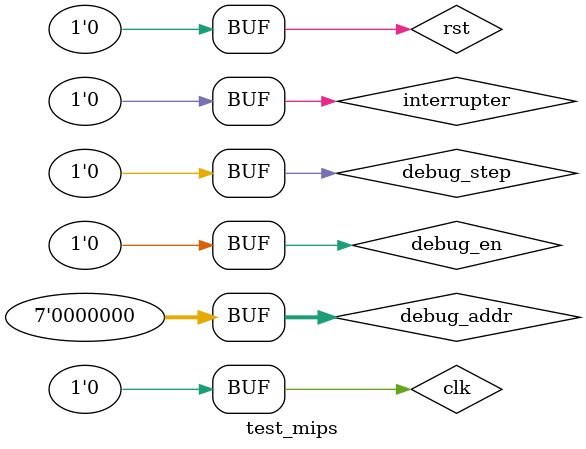
<source format=v>
`timescale 1ns / 1ps


module test_mips;

	// Inputs
	reg debug_en;
	reg debug_step;
	reg [6:0] debug_addr;
	reg clk;
	reg rst;
	reg interrupter;

	// Outputs
	wire [31:0] debug_data;

	// Instantiate the Unit Under Test (UUT)
	mips uut (
		.debug_en(debug_en), 
		.debug_step(debug_step), 
		.debug_addr(debug_addr), 
		.debug_data(debug_data), 
		.clk(clk), 
		.rst(rst), 
		.interrupter(interrupter)
	);

	initial begin
		// Initialize Inputs
		debug_en = 0;
		debug_step = 0;
		debug_addr = 0;
		clk = 0;
		rst = 0;
		interrupter = 0;

		// Wait 100 ns for global reset to finish
		#100;
        
		// Add stimulus here

	end
      
endmodule


</source>
